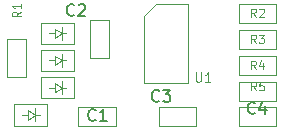
<source format=gbr>
G04 #@! TF.FileFunction,Other,Fab,Top*
%FSLAX46Y46*%
G04 Gerber Fmt 4.6, Leading zero omitted, Abs format (unit mm)*
G04 Created by KiCad (PCBNEW 4.0.2-stable) date 3/28/2018 10:44:59 PM*
%MOMM*%
G01*
G04 APERTURE LIST*
%ADD10C,0.100000*%
%ADD11C,0.120000*%
%ADD12C,0.150000*%
%ADD13C,0.105000*%
G04 APERTURE END LIST*
D10*
X202035800Y-112356400D02*
X203035800Y-111356400D01*
X202035800Y-112356400D02*
X202035800Y-118056400D01*
X203035800Y-111356400D02*
X205735800Y-111356400D01*
X202035800Y-118056400D02*
X205735800Y-118056400D01*
X205735800Y-111356400D02*
X205735800Y-118056400D01*
X196469200Y-121653200D02*
X196469200Y-120053200D01*
X199669200Y-121653200D02*
X196469200Y-121653200D01*
X199669200Y-120053200D02*
X199669200Y-121653200D01*
X196469200Y-120053200D02*
X199669200Y-120053200D01*
X197472400Y-112750800D02*
X199072400Y-112750800D01*
X197472400Y-115950800D02*
X197472400Y-112750800D01*
X199072400Y-115950800D02*
X197472400Y-115950800D01*
X199072400Y-112750800D02*
X199072400Y-115950800D01*
X206476400Y-120053200D02*
X206476400Y-121653200D01*
X203276400Y-120053200D02*
X206476400Y-120053200D01*
X203276400Y-121653200D02*
X203276400Y-120053200D01*
X206476400Y-121653200D02*
X203276400Y-121653200D01*
X210032800Y-121716700D02*
X210032800Y-120116700D01*
X213232800Y-121716700D02*
X210032800Y-121716700D01*
X213232800Y-120116700D02*
X213232800Y-121716700D01*
X210032800Y-120116700D02*
X213232800Y-120116700D01*
X192205800Y-120751600D02*
X191705800Y-120751600D01*
X192205800Y-120351600D02*
X192805800Y-120751600D01*
X192205800Y-121151600D02*
X192205800Y-120351600D01*
X192805800Y-120751600D02*
X192205800Y-121151600D01*
X192805800Y-120751600D02*
X192805800Y-120201600D01*
X192805800Y-120751600D02*
X192805800Y-121301600D01*
X193205800Y-120751600D02*
X192805800Y-120751600D01*
X193855800Y-119851600D02*
X193855800Y-121651600D01*
X191055800Y-119851600D02*
X193855800Y-119851600D01*
X191055800Y-121651600D02*
X191055800Y-119851600D01*
X193855800Y-121651600D02*
X191055800Y-121651600D01*
X194466400Y-113842800D02*
X193966400Y-113842800D01*
X194466400Y-113442800D02*
X195066400Y-113842800D01*
X194466400Y-114242800D02*
X194466400Y-113442800D01*
X195066400Y-113842800D02*
X194466400Y-114242800D01*
X195066400Y-113842800D02*
X195066400Y-113292800D01*
X195066400Y-113842800D02*
X195066400Y-114392800D01*
X195466400Y-113842800D02*
X195066400Y-113842800D01*
X196116400Y-112942800D02*
X196116400Y-114742800D01*
X193316400Y-112942800D02*
X196116400Y-112942800D01*
X193316400Y-114742800D02*
X193316400Y-112942800D01*
X196116400Y-114742800D02*
X193316400Y-114742800D01*
X194466400Y-118440200D02*
X193966400Y-118440200D01*
X194466400Y-118040200D02*
X195066400Y-118440200D01*
X194466400Y-118840200D02*
X194466400Y-118040200D01*
X195066400Y-118440200D02*
X194466400Y-118840200D01*
X195066400Y-118440200D02*
X195066400Y-117890200D01*
X195066400Y-118440200D02*
X195066400Y-118990200D01*
X195466400Y-118440200D02*
X195066400Y-118440200D01*
X196116400Y-117540200D02*
X196116400Y-119340200D01*
X193316400Y-117540200D02*
X196116400Y-117540200D01*
X193316400Y-119340200D02*
X193316400Y-117540200D01*
X196116400Y-119340200D02*
X193316400Y-119340200D01*
X194466400Y-116128800D02*
X193966400Y-116128800D01*
X194466400Y-115728800D02*
X195066400Y-116128800D01*
X194466400Y-116528800D02*
X194466400Y-115728800D01*
X195066400Y-116128800D02*
X194466400Y-116528800D01*
X195066400Y-116128800D02*
X195066400Y-115578800D01*
X195066400Y-116128800D02*
X195066400Y-116678800D01*
X195466400Y-116128800D02*
X195066400Y-116128800D01*
X196116400Y-115228800D02*
X196116400Y-117028800D01*
X193316400Y-115228800D02*
X196116400Y-115228800D01*
X193316400Y-117028800D02*
X193316400Y-115228800D01*
X196116400Y-117028800D02*
X193316400Y-117028800D01*
X190462000Y-114300200D02*
X192062000Y-114300200D01*
X190462000Y-117500200D02*
X190462000Y-114300200D01*
X192062000Y-117500200D02*
X190462000Y-117500200D01*
X192062000Y-114300200D02*
X192062000Y-117500200D01*
X213232800Y-111328300D02*
X213232800Y-112928300D01*
X210032800Y-111328300D02*
X213232800Y-111328300D01*
X210032800Y-112928300D02*
X210032800Y-111328300D01*
X213232800Y-112928300D02*
X210032800Y-112928300D01*
X213232800Y-113538100D02*
X213232800Y-115138100D01*
X210032800Y-113538100D02*
X213232800Y-113538100D01*
X210032800Y-115138100D02*
X210032800Y-113538100D01*
X213232800Y-115138100D02*
X210032800Y-115138100D01*
X213232800Y-115747900D02*
X213232800Y-117347900D01*
X210032800Y-115747900D02*
X213232800Y-115747900D01*
X210032800Y-117347900D02*
X210032800Y-115747900D01*
X213232800Y-117347900D02*
X210032800Y-117347900D01*
X213232800Y-117957700D02*
X213232800Y-119557700D01*
X210032800Y-117957700D02*
X213232800Y-117957700D01*
X210032800Y-119557700D02*
X210032800Y-117957700D01*
X213232800Y-119557700D02*
X210032800Y-119557700D01*
D11*
X206400476Y-117151205D02*
X206400476Y-117798824D01*
X206438571Y-117875014D01*
X206476667Y-117913110D01*
X206552857Y-117951205D01*
X206705238Y-117951205D01*
X206781429Y-117913110D01*
X206819524Y-117875014D01*
X206857619Y-117798824D01*
X206857619Y-117151205D01*
X207657619Y-117951205D02*
X207200476Y-117951205D01*
X207429047Y-117951205D02*
X207429047Y-117151205D01*
X207352857Y-117265490D01*
X207276666Y-117341681D01*
X207200476Y-117379776D01*
D12*
X197927934Y-121159543D02*
X197880315Y-121207162D01*
X197737458Y-121254781D01*
X197642220Y-121254781D01*
X197499362Y-121207162D01*
X197404124Y-121111924D01*
X197356505Y-121016686D01*
X197308886Y-120826210D01*
X197308886Y-120683352D01*
X197356505Y-120492876D01*
X197404124Y-120397638D01*
X197499362Y-120302400D01*
X197642220Y-120254781D01*
X197737458Y-120254781D01*
X197880315Y-120302400D01*
X197927934Y-120350019D01*
X198880315Y-121254781D02*
X198308886Y-121254781D01*
X198594600Y-121254781D02*
X198594600Y-120254781D01*
X198499362Y-120397638D01*
X198404124Y-120492876D01*
X198308886Y-120540495D01*
X196124534Y-112282243D02*
X196076915Y-112329862D01*
X195934058Y-112377481D01*
X195838820Y-112377481D01*
X195695962Y-112329862D01*
X195600724Y-112234624D01*
X195553105Y-112139386D01*
X195505486Y-111948910D01*
X195505486Y-111806052D01*
X195553105Y-111615576D01*
X195600724Y-111520338D01*
X195695962Y-111425100D01*
X195838820Y-111377481D01*
X195934058Y-111377481D01*
X196076915Y-111425100D01*
X196124534Y-111472719D01*
X196505486Y-111472719D02*
X196553105Y-111425100D01*
X196648343Y-111377481D01*
X196886439Y-111377481D01*
X196981677Y-111425100D01*
X197029296Y-111472719D01*
X197076915Y-111567957D01*
X197076915Y-111663195D01*
X197029296Y-111806052D01*
X196457867Y-112377481D01*
X197076915Y-112377481D01*
X203312734Y-119533943D02*
X203265115Y-119581562D01*
X203122258Y-119629181D01*
X203027020Y-119629181D01*
X202884162Y-119581562D01*
X202788924Y-119486324D01*
X202741305Y-119391086D01*
X202693686Y-119200610D01*
X202693686Y-119057752D01*
X202741305Y-118867276D01*
X202788924Y-118772038D01*
X202884162Y-118676800D01*
X203027020Y-118629181D01*
X203122258Y-118629181D01*
X203265115Y-118676800D01*
X203312734Y-118724419D01*
X203646067Y-118629181D02*
X204265115Y-118629181D01*
X203931781Y-119010133D01*
X204074639Y-119010133D01*
X204169877Y-119057752D01*
X204217496Y-119105371D01*
X204265115Y-119200610D01*
X204265115Y-119438705D01*
X204217496Y-119533943D01*
X204169877Y-119581562D01*
X204074639Y-119629181D01*
X203788924Y-119629181D01*
X203693686Y-119581562D01*
X203646067Y-119533943D01*
X211428034Y-120575343D02*
X211380415Y-120622962D01*
X211237558Y-120670581D01*
X211142320Y-120670581D01*
X210999462Y-120622962D01*
X210904224Y-120527724D01*
X210856605Y-120432486D01*
X210808986Y-120242010D01*
X210808986Y-120099152D01*
X210856605Y-119908676D01*
X210904224Y-119813438D01*
X210999462Y-119718200D01*
X211142320Y-119670581D01*
X211237558Y-119670581D01*
X211380415Y-119718200D01*
X211428034Y-119765819D01*
X212285177Y-120003914D02*
X212285177Y-120670581D01*
X212047081Y-119622962D02*
X211808986Y-120337248D01*
X212428034Y-120337248D01*
D13*
X191578667Y-112003666D02*
X191245333Y-112237000D01*
X191578667Y-112403666D02*
X190878667Y-112403666D01*
X190878667Y-112137000D01*
X190912000Y-112070333D01*
X190945333Y-112037000D01*
X191012000Y-112003666D01*
X191112000Y-112003666D01*
X191178667Y-112037000D01*
X191212000Y-112070333D01*
X191245333Y-112137000D01*
X191245333Y-112403666D01*
X191578667Y-111337000D02*
X191578667Y-111737000D01*
X191578667Y-111537000D02*
X190878667Y-111537000D01*
X190978667Y-111603666D01*
X191045333Y-111670333D01*
X191078667Y-111737000D01*
X211516134Y-112444967D02*
X211282800Y-112111633D01*
X211116134Y-112444967D02*
X211116134Y-111744967D01*
X211382800Y-111744967D01*
X211449467Y-111778300D01*
X211482800Y-111811633D01*
X211516134Y-111878300D01*
X211516134Y-111978300D01*
X211482800Y-112044967D01*
X211449467Y-112078300D01*
X211382800Y-112111633D01*
X211116134Y-112111633D01*
X211782800Y-111811633D02*
X211816134Y-111778300D01*
X211882800Y-111744967D01*
X212049467Y-111744967D01*
X212116134Y-111778300D01*
X212149467Y-111811633D01*
X212182800Y-111878300D01*
X212182800Y-111944967D01*
X212149467Y-112044967D01*
X211749467Y-112444967D01*
X212182800Y-112444967D01*
X211516134Y-114654767D02*
X211282800Y-114321433D01*
X211116134Y-114654767D02*
X211116134Y-113954767D01*
X211382800Y-113954767D01*
X211449467Y-113988100D01*
X211482800Y-114021433D01*
X211516134Y-114088100D01*
X211516134Y-114188100D01*
X211482800Y-114254767D01*
X211449467Y-114288100D01*
X211382800Y-114321433D01*
X211116134Y-114321433D01*
X211749467Y-113954767D02*
X212182800Y-113954767D01*
X211949467Y-114221433D01*
X212049467Y-114221433D01*
X212116134Y-114254767D01*
X212149467Y-114288100D01*
X212182800Y-114354767D01*
X212182800Y-114521433D01*
X212149467Y-114588100D01*
X212116134Y-114621433D01*
X212049467Y-114654767D01*
X211849467Y-114654767D01*
X211782800Y-114621433D01*
X211749467Y-114588100D01*
X211516134Y-116864567D02*
X211282800Y-116531233D01*
X211116134Y-116864567D02*
X211116134Y-116164567D01*
X211382800Y-116164567D01*
X211449467Y-116197900D01*
X211482800Y-116231233D01*
X211516134Y-116297900D01*
X211516134Y-116397900D01*
X211482800Y-116464567D01*
X211449467Y-116497900D01*
X211382800Y-116531233D01*
X211116134Y-116531233D01*
X212116134Y-116397900D02*
X212116134Y-116864567D01*
X211949467Y-116131233D02*
X211782800Y-116631233D01*
X212216134Y-116631233D01*
X211516134Y-118667967D02*
X211282800Y-118334633D01*
X211116134Y-118667967D02*
X211116134Y-117967967D01*
X211382800Y-117967967D01*
X211449467Y-118001300D01*
X211482800Y-118034633D01*
X211516134Y-118101300D01*
X211516134Y-118201300D01*
X211482800Y-118267967D01*
X211449467Y-118301300D01*
X211382800Y-118334633D01*
X211116134Y-118334633D01*
X212149467Y-117967967D02*
X211816134Y-117967967D01*
X211782800Y-118301300D01*
X211816134Y-118267967D01*
X211882800Y-118234633D01*
X212049467Y-118234633D01*
X212116134Y-118267967D01*
X212149467Y-118301300D01*
X212182800Y-118367967D01*
X212182800Y-118534633D01*
X212149467Y-118601300D01*
X212116134Y-118634633D01*
X212049467Y-118667967D01*
X211882800Y-118667967D01*
X211816134Y-118634633D01*
X211782800Y-118601300D01*
M02*

</source>
